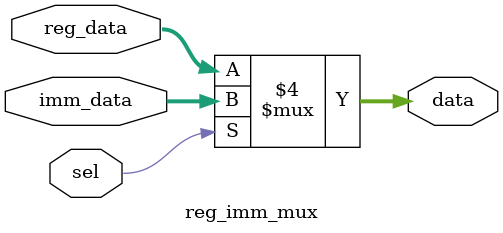
<source format=v>
module reg_imm_mux(
    input [31:0]      imm_data,
    input [31:0]      reg_data,
    input             sel,
    output reg [31:0] data
    );
    
    always@(*)
    begin
       if (sel==1'b0)
         data= reg_data;
       else
         data= imm_data;
    end
endmodule


</source>
